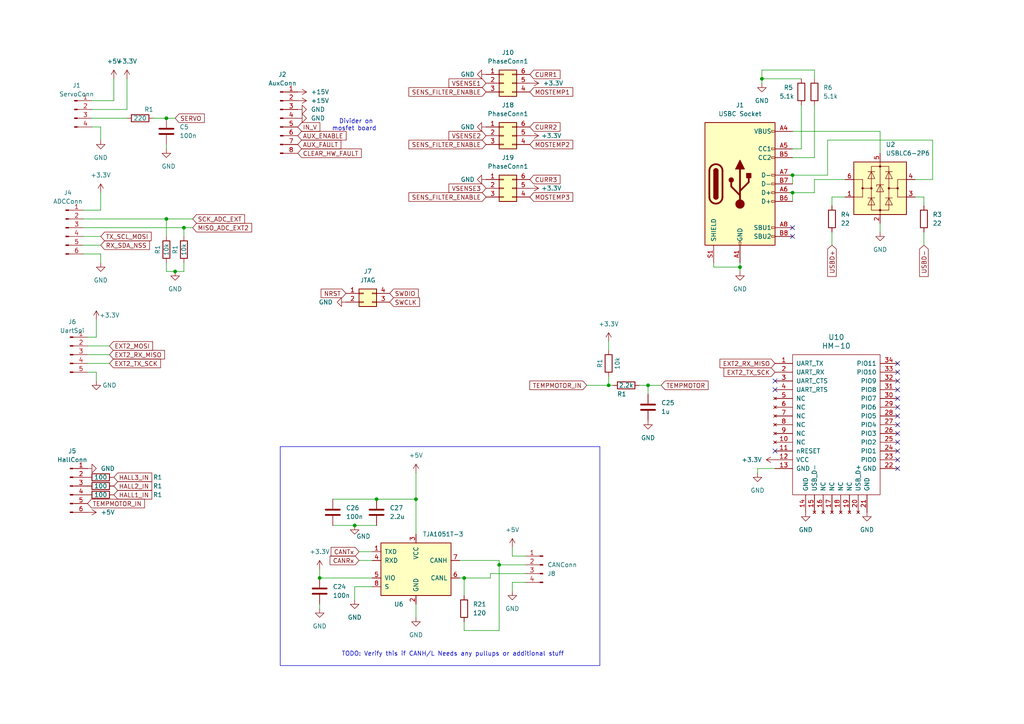
<source format=kicad_sch>
(kicad_sch (version 20230121) (generator eeschema)
  (paper "A4")
  (lib_symbols
    (symbol "Connector:Conn_01x04_Pin" (pin_names (offset 1.016) hide)
      (property "Reference" "J" (at 0 5.08 0))
      (property "Value" "Conn_01x04_Pin" (at 0 -7.62 0))
      (symbol "Conn_01x04_Pin_1_1"
        (polyline (pts (xy 1.27 -5.08) (xy 0.8636 -5.08)) (stroke (width 0.1524)))
        (polyline (pts (xy 1.27 -2.54) (xy 0.8636 -2.54)) (stroke (width 0.1524)))
        (polyline (pts (xy 1.27 0) (xy 0.8636 0)) (stroke (width 0.1524)))
        (polyline (pts (xy 1.27 2.54) (xy 0.8636 2.54)) (stroke (width 0.1524)))
        (rectangle (start 0.8636 -4.953) (end 0 -5.207) (stroke (width 0.1524)) (fill (type outline)))
        (rectangle (start 0.8636 -2.413) (end 0 -2.667) (stroke (width 0.1524)) (fill (type outline)))
        (rectangle (start 0.8636 0.127) (end 0 -0.127) (stroke (width 0.1524)) (fill (type outline)))
        (rectangle (start 0.8636 2.667) (end 0 2.413) (stroke (width 0.1524)) (fill (type outline)))
        (pin passive line (at 5.08 2.54 180) (length 3.81) (name "Pin_1") (number "1"))
        (pin passive line (at 5.08 0 180) (length 3.81) (name "Pin_2") (number "2"))
        (pin passive line (at 5.08 -2.54 180) (length 3.81) (name "Pin_3") (number "3"))
        (pin passive line (at 5.08 -5.08 180) (length 3.81) (name "Pin_4") (number "4"))
      )
    )
    (symbol "Connector:Conn_01x05_Pin" (pin_names (offset 1.016) hide)
      (property "Reference" "J" (at 0 7.62 0))
      (property "Value" "Conn_01x05_Pin" (at 0 -7.62 0))
      (symbol "Conn_01x05_Pin_1_1"
        (polyline (pts (xy 1.27 -5.08) (xy 0.8636 -5.08)) (stroke (width 0.1524)))
        (polyline (pts (xy 1.27 -2.54) (xy 0.8636 -2.54)) (stroke (width 0.1524)))
        (polyline (pts (xy 1.27 0) (xy 0.8636 0)) (stroke (width 0.1524)))
        (polyline (pts (xy 1.27 2.54) (xy 0.8636 2.54)) (stroke (width 0.1524)))
        (polyline (pts (xy 1.27 5.08) (xy 0.8636 5.08)) (stroke (width 0.1524)))
        (rectangle (start 0.8636 -4.953) (end 0 -5.207) (stroke (width 0.1524)) (fill (type outline)))
        (rectangle (start 0.8636 -2.413) (end 0 -2.667) (stroke (width 0.1524)) (fill (type outline)))
        (rectangle (start 0.8636 0.127) (end 0 -0.127) (stroke (width 0.1524)) (fill (type outline)))
        (rectangle (start 0.8636 2.667) (end 0 2.413) (stroke (width 0.1524)) (fill (type outline)))
        (rectangle (start 0.8636 5.207) (end 0 4.953) (stroke (width 0.1524)) (fill (type outline)))
        (pin passive line (at 5.08 5.08 180) (length 3.81) (name "Pin_1") (number "1"))
        (pin passive line (at 5.08 2.54 180) (length 3.81) (name "Pin_2") (number "2"))
        (pin passive line (at 5.08 0 180) (length 3.81) (name "Pin_3") (number "3"))
        (pin passive line (at 5.08 -2.54 180) (length 3.81) (name "Pin_4") (number "4"))
        (pin passive line (at 5.08 -5.08 180) (length 3.81) (name "Pin_5") (number "5"))
      )
    )
    (symbol "Connector:Conn_01x06_Pin" (pin_names (offset 1.016) hide)
      (property "Reference" "J" (at 0 7.62 0))
      (property "Value" "Conn_01x06_Pin" (at 0 -10.16 0))
      (symbol "Conn_01x06_Pin_1_1"
        (polyline (pts (xy 1.27 -7.62) (xy 0.8636 -7.62)) (stroke (width 0.1524)))
        (polyline (pts (xy 1.27 -5.08) (xy 0.8636 -5.08)) (stroke (width 0.1524)))
        (polyline (pts (xy 1.27 -2.54) (xy 0.8636 -2.54)) (stroke (width 0.1524)))
        (polyline (pts (xy 1.27 0) (xy 0.8636 0)) (stroke (width 0.1524)))
        (polyline (pts (xy 1.27 2.54) (xy 0.8636 2.54)) (stroke (width 0.1524)))
        (polyline (pts (xy 1.27 5.08) (xy 0.8636 5.08)) (stroke (width 0.1524)))
        (rectangle (start 0.8636 -7.493) (end 0 -7.747) (stroke (width 0.1524)) (fill (type outline)))
        (rectangle (start 0.8636 -4.953) (end 0 -5.207) (stroke (width 0.1524)) (fill (type outline)))
        (rectangle (start 0.8636 -2.413) (end 0 -2.667) (stroke (width 0.1524)) (fill (type outline)))
        (rectangle (start 0.8636 0.127) (end 0 -0.127) (stroke (width 0.1524)) (fill (type outline)))
        (rectangle (start 0.8636 2.667) (end 0 2.413) (stroke (width 0.1524)) (fill (type outline)))
        (rectangle (start 0.8636 5.207) (end 0 4.953) (stroke (width 0.1524)) (fill (type outline)))
        (pin passive line (at 5.08 5.08 180) (length 3.81) (name "Pin_1") (number "1"))
        (pin passive line (at 5.08 2.54 180) (length 3.81) (name "Pin_2") (number "2"))
        (pin passive line (at 5.08 0 180) (length 3.81) (name "Pin_3") (number "3"))
        (pin passive line (at 5.08 -2.54 180) (length 3.81) (name "Pin_4") (number "4"))
        (pin passive line (at 5.08 -5.08 180) (length 3.81) (name "Pin_5") (number "5"))
        (pin passive line (at 5.08 -7.62 180) (length 3.81) (name "Pin_6") (number "6"))
      )
    )
    (symbol "Connector:Conn_01x08_Pin" (pin_names (offset 1.016) hide)
      (property "Reference" "J" (at 0 10.16 0))
      (property "Value" "Conn_01x08_Pin" (at 0 -12.7 0))
      (symbol "Conn_01x08_Pin_1_1"
        (polyline (pts (xy 1.27 -10.16) (xy 0.8636 -10.16)) (stroke (width 0.1524)))
        (polyline (pts (xy 1.27 -7.62) (xy 0.8636 -7.62)) (stroke (width 0.1524)))
        (polyline (pts (xy 1.27 -5.08) (xy 0.8636 -5.08)) (stroke (width 0.1524)))
        (polyline (pts (xy 1.27 -2.54) (xy 0.8636 -2.54)) (stroke (width 0.1524)))
        (polyline (pts (xy 1.27 0) (xy 0.8636 0)) (stroke (width 0.1524)))
        (polyline (pts (xy 1.27 2.54) (xy 0.8636 2.54)) (stroke (width 0.1524)))
        (polyline (pts (xy 1.27 5.08) (xy 0.8636 5.08)) (stroke (width 0.1524)))
        (polyline (pts (xy 1.27 7.62) (xy 0.8636 7.62)) (stroke (width 0.1524)))
        (rectangle (start 0.8636 -10.033) (end 0 -10.287) (stroke (width 0.1524)) (fill (type outline)))
        (rectangle (start 0.8636 -7.493) (end 0 -7.747) (stroke (width 0.1524)) (fill (type outline)))
        (rectangle (start 0.8636 -4.953) (end 0 -5.207) (stroke (width 0.1524)) (fill (type outline)))
        (rectangle (start 0.8636 -2.413) (end 0 -2.667) (stroke (width 0.1524)) (fill (type outline)))
        (rectangle (start 0.8636 0.127) (end 0 -0.127) (stroke (width 0.1524)) (fill (type outline)))
        (rectangle (start 0.8636 2.667) (end 0 2.413) (stroke (width 0.1524)) (fill (type outline)))
        (rectangle (start 0.8636 5.207) (end 0 4.953) (stroke (width 0.1524)) (fill (type outline)))
        (rectangle (start 0.8636 7.747) (end 0 7.493) (stroke (width 0.1524)) (fill (type outline)))
        (pin passive line (at 5.08 7.62 180) (length 3.81) (name "Pin_1") (number "1"))
        (pin passive line (at 5.08 5.08 180) (length 3.81) (name "Pin_2") (number "2"))
        (pin passive line (at 5.08 2.54 180) (length 3.81) (name "Pin_3") (number "3"))
        (pin passive line (at 5.08 0 180) (length 3.81) (name "Pin_4") (number "4"))
        (pin passive line (at 5.08 -2.54 180) (length 3.81) (name "Pin_5") (number "5"))
        (pin passive line (at 5.08 -5.08 180) (length 3.81) (name "Pin_6") (number "6"))
        (pin passive line (at 5.08 -7.62 180) (length 3.81) (name "Pin_7") (number "7"))
        (pin passive line (at 5.08 -10.16 180) (length 3.81) (name "Pin_8") (number "8"))
      )
    )
    (symbol "Connector:USB_C_Receptacle_USB2.0" (pin_names (offset 1.016))
      (property "Reference" "J" (at -10.16 19.05 0))
      (property "Value" "USB_C_Receptacle_USB2.0" (at 19.05 19.05 0))
      (symbol "USB_C_Receptacle_USB2.0_0_0"
        (rectangle (start -0.254 -17.78) (end 0.254 -16.764))
        (rectangle (start 10.16 -14.986) (end 9.144 -15.494))
        (rectangle (start 10.16 -12.446) (end 9.144 -12.954))
        (rectangle (start 10.16 -4.826) (end 9.144 -5.334))
        (rectangle (start 10.16 -2.286) (end 9.144 -2.794))
        (rectangle (start 10.16 0.254) (end 9.144 -0.254))
        (rectangle (start 10.16 2.794) (end 9.144 2.286))
        (rectangle (start 10.16 7.874) (end 9.144 7.366))
        (rectangle (start 10.16 10.414) (end 9.144 9.906))
        (rectangle (start 10.16 15.494) (end 9.144 14.986))
      )
      (symbol "USB_C_Receptacle_USB2.0_0_1"
        (rectangle (start -10.16 17.78) (end 10.16 -17.78) (stroke (width 0.254)) (fill (type background)))
        (arc (start -8.89 -3.81) (mid -6.985 -5.7067) (end -5.08 -3.81) (stroke (width 0.508)))
        (arc (start -7.62 -3.81) (mid -6.985 -4.4423) (end -6.35 -3.81) (stroke (width 0.254)))
        (arc (start -7.62 -3.81) (mid -6.985 -4.4423) (end -6.35 -3.81) (stroke (width 0.254)) (fill (type outline)))
        (rectangle (start -7.62 -3.81) (end -6.35 3.81) (stroke (width 0.254)) (fill (type outline)))
        (arc (start -6.35 3.81) (mid -6.985 4.4423) (end -7.62 3.81) (stroke (width 0.254)))
        (arc (start -6.35 3.81) (mid -6.985 4.4423) (end -7.62 3.81) (stroke (width 0.254)) (fill (type outline)))
        (arc (start -5.08 3.81) (mid -6.985 5.7067) (end -8.89 3.81) (stroke (width 0.508)))
        (circle (center -2.54 1.143) (radius 0.635) (stroke (width 0.254)) (fill (type outline)))
        (circle (center 0 -5.842) (radius 1.27) (fill (type outline)))
        (polyline (pts (xy -8.89 -3.81) (xy -8.89 3.81)) (stroke (width 0.508)))
        (polyline (pts (xy -5.08 3.81) (xy -5.08 -3.81)) (stroke (width 0.508)))
        (polyline (pts (xy 0 -5.842) (xy 0 4.318)) (stroke (width 0.508)))
        (polyline (pts (xy 0 -3.302) (xy -2.54 -0.762) (xy -2.54 0.508)) (stroke (width 0.508)))
        (polyline (pts (xy 0 -2.032) (xy 2.54 0.508) (xy 2.54 1.778)) (stroke (width 0.508)))
        (polyline (pts (xy -1.27 4.318) (xy 0 6.858) (xy 1.27 4.318) (xy -1.27 4.318)) (stroke (width 0.254)) (fill (type outline)))
        (rectangle (start 1.905 1.778) (end 3.175 3.048) (stroke (width 0.254)) (fill (type outline)))
      )
      (symbol "USB_C_Receptacle_USB2.0_1_1"
        (pin passive line (at 0 -22.86 90) (length 5.08) (name "GND") (number "A1"))
        (pin passive line (at 0 -22.86 90) (length 5.08) hide (name "GND") (number "A12"))
        (pin passive line (at 15.24 15.24 180) (length 5.08) (name "VBUS") (number "A4"))
        (pin bidirectional line (at 15.24 10.16 180) (length 5.08) (name "CC1") (number "A5"))
        (pin bidirectional line (at 15.24 -2.54 180) (length 5.08) (name "D+") (number "A6"))
        (pin bidirectional line (at 15.24 2.54 180) (length 5.08) (name "D-") (number "A7"))
        (pin bidirectional line (at 15.24 -12.7 180) (length 5.08) (name "SBU1") (number "A8"))
        (pin passive line (at 15.24 15.24 180) (length 5.08) hide (name "VBUS") (number "A9"))
        (pin passive line (at 0 -22.86 90) (length 5.08) hide (name "GND") (number "B1"))
        (pin passive line (at 0 -22.86 90) (length 5.08) hide (name "GND") (number "B12"))
        (pin passive line (at 15.24 15.24 180) (length 5.08) hide (name "VBUS") (number "B4"))
        (pin bidirectional line (at 15.24 7.62 180) (length 5.08) (name "CC2") (number "B5"))
        (pin bidirectional line (at 15.24 -5.08 180) (length 5.08) (name "D+") (number "B6"))
        (pin bidirectional line (at 15.24 0 180) (length 5.08) (name "D-") (number "B7"))
        (pin bidirectional line (at 15.24 -15.24 180) (length 5.08) (name "SBU2") (number "B8"))
        (pin passive line (at 15.24 15.24 180) (length 5.08) hide (name "VBUS") (number "B9"))
        (pin passive line (at -7.62 -22.86 90) (length 5.08) (name "SHIELD") (number "S1"))
      )
    )
    (symbol "Connector_Generic:Conn_02x02_Counter_Clockwise" (pin_names (offset 1.016) hide)
      (property "Reference" "J" (at 1.27 2.54 0))
      (property "Value" "Conn_02x02_Counter_Clockwise" (at 1.27 -5.08 0))
      (symbol "Conn_02x02_Counter_Clockwise_1_1"
        (rectangle (start -1.27 -2.413) (end 0 -2.667) (stroke (width 0.1524)))
        (rectangle (start -1.27 0.127) (end 0 -0.127) (stroke (width 0.1524)))
        (rectangle (start -1.27 1.27) (end 3.81 -3.81) (stroke (width 0.254)) (fill (type background)))
        (rectangle (start 3.81 -2.413) (end 2.54 -2.667) (stroke (width 0.1524)))
        (rectangle (start 3.81 0.127) (end 2.54 -0.127) (stroke (width 0.1524)))
        (pin passive line (at -5.08 0 0) (length 3.81) (name "Pin_1") (number "1"))
        (pin passive line (at -5.08 -2.54 0) (length 3.81) (name "Pin_2") (number "2"))
        (pin passive line (at 7.62 -2.54 180) (length 3.81) (name "Pin_3") (number "3"))
        (pin passive line (at 7.62 0 180) (length 3.81) (name "Pin_4") (number "4"))
      )
    )
    (symbol "Connector_Generic:Conn_02x03_Counter_Clockwise" (pin_names (offset 1.016) hide)
      (property "Reference" "J" (at 1.27 5.08 0))
      (property "Value" "Conn_02x03_Counter_Clockwise" (at 1.27 -5.08 0))
      (symbol "Conn_02x03_Counter_Clockwise_1_1"
        (rectangle (start -1.27 -2.413) (end 0 -2.667) (stroke (width 0.1524)))
        (rectangle (start -1.27 0.127) (end 0 -0.127) (stroke (width 0.1524)))
        (rectangle (start -1.27 2.667) (end 0 2.413) (stroke (width 0.1524)))
        (rectangle (start -1.27 3.81) (end 3.81 -3.81) (stroke (width 0.254)) (fill (type background)))
        (rectangle (start 3.81 -2.413) (end 2.54 -2.667) (stroke (width 0.1524)))
        (rectangle (start 3.81 0.127) (end 2.54 -0.127) (stroke (width 0.1524)))
        (rectangle (start 3.81 2.667) (end 2.54 2.413) (stroke (width 0.1524)))
        (pin passive line (at -5.08 2.54 0) (length 3.81) (name "Pin_1") (number "1"))
        (pin passive line (at -5.08 0 0) (length 3.81) (name "Pin_2") (number "2"))
        (pin passive line (at -5.08 -2.54 0) (length 3.81) (name "Pin_3") (number "3"))
        (pin passive line (at 7.62 -2.54 180) (length 3.81) (name "Pin_4") (number "4"))
        (pin passive line (at 7.62 0 180) (length 3.81) (name "Pin_5") (number "5"))
        (pin passive line (at 7.62 2.54 180) (length 3.81) (name "Pin_6") (number "6"))
      )
    )
    (symbol "Device:C" (pin_numbers hide) (pin_names (offset 0.254))
      (property "Reference" "C" (at 0.635 2.54 0))
      (property "Value" "C" (at 0.635 -2.54 0))
      (symbol "C_0_1"
        (polyline (pts (xy -2.032 -0.762) (xy 2.032 -0.762)) (stroke (width 0.508)))
        (polyline (pts (xy -2.032 0.762) (xy 2.032 0.762)) (stroke (width 0.508)))
      )
      (symbol "C_1_1"
        (pin passive line (at 0 3.81 270) (length 2.794) (name "~") (number "1"))
        (pin passive line (at 0 -3.81 90) (length 2.794) (name "~") (number "2"))
      )
    )
    (symbol "Device:R" (pin_numbers hide) (pin_names (offset 0))
      (property "Reference" "R" (at 2.032 0 90))
      (property "Value" "R" (at 0 0 90))
      (symbol "R_0_1"
        (rectangle (start -1.016 -2.54) (end 1.016 2.54) (stroke (width 0.254)))
      )
      (symbol "R_1_1"
        (pin passive line (at 0 3.81 270) (length 1.27) (name "~") (number "1"))
        (pin passive line (at 0 -3.81 90) (length 1.27) (name "~") (number "2"))
      )
    )
    (symbol "GigaVescSymbols:HM-10" (pin_names (offset 1.016))
      (property "Reference" "U" (at -1.27 6.35 0))
      (property "Value" "HM-10" (at -1.27 2.54 0))
      (symbol "HM-10_0_1"
        (rectangle (start -13.97 21.59) (end 11.43 -19.05))
      )
      (symbol "HM-10_1_1"
        (pin output line (at -19.05 19.05 0) (length 5.08) (name "UART_TX") (number "1"))
        (pin no_connect line (at -19.05 -3.81 0) (length 5.08) (name "NC") (number "10"))
        (pin input line (at -19.05 -6.35 0) (length 5.08) (name "nRESET") (number "11"))
        (pin power_in line (at -19.05 -8.89 0) (length 5.08) (name "VCC") (number "12"))
        (pin passive line (at -19.05 -11.43 0) (length 5.08) (name "GND") (number "13"))
        (pin passive line (at -10.16 -24.13 90) (length 5.08) (name "GND") (number "14"))
        (pin no_connect line (at -7.62 -24.13 90) (length 5.08) (name "USB_D-") (number "15"))
        (pin no_connect line (at -5.08 -24.13 90) (length 5.08) (name "NC") (number "16"))
        (pin no_connect line (at -2.54 -24.13 90) (length 5.08) (name "NC") (number "17"))
        (pin no_connect line (at 0 -24.13 90) (length 5.08) (name "NC") (number "18"))
        (pin no_connect line (at 2.54 -24.13 90) (length 5.08) (name "NC") (number "19"))
        (pin input line (at -19.05 16.51 0) (length 5.08) (name "UART_RX") (number "2"))
        (pin no_connect line (at 5.08 -24.13 90) (length 5.08) (name "USB_D+") (number "20"))
        (pin passive line (at 7.62 -24.13 90) (length 5.08) (name "GND") (number "21"))
        (pin passive line (at 16.51 -11.43 180) (length 5.08) (name "GND") (number "22"))
        (pin input line (at 16.51 -8.89 180) (length 5.08) (name "PIO0") (number "23"))
        (pin bidirectional line (at 16.51 -6.35 180) (length 5.08) (name "PIO1") (number "24"))
        (pin bidirectional line (at 16.51 -3.81 180) (length 5.08) (name "PIO2") (number "25"))
        (pin bidirectional line (at 16.51 -1.27 180) (length 5.08) (name "PIO3") (number "26"))
        (pin bidirectional line (at 16.51 1.27 180) (length 5.08) (name "PIO4") (number "27"))
        (pin bidirectional line (at 16.51 3.81 180) (length 5.08) (name "PIO5") (number "28"))
        (pin bidirectional line (at 16.51 6.35 180) (length 5.08) (name "PIO6") (number "29"))
        (pin input line (at -19.05 13.97 0) (length 5.08) (name "UART_CTS") (number "3"))
        (pin bidirectional line (at 16.51 8.89 180) (length 5.08) (name "PIO7") (number "30"))
        (pin bidirectional line (at 16.51 11.43 180) (length 5.08) (name "PIO8") (number "31"))
        (pin bidirectional line (at 16.51 13.97 180) (length 5.08) (name "PIO9") (number "32"))
        (pin bidirectional line (at 16.51 16.51 180) (length 5.08) (name "PIO10") (number "33"))
        (pin bidirectional line (at 16.51 19.05 180) (length 5.08) (name "PIO11") (number "34"))
        (pin input line (at -19.05 11.43 0) (length 5.08) (name "UART_RTS") (number "4"))
        (pin no_connect line (at -19.05 8.89 0) (length 5.08) (name "NC") (number "5"))
        (pin no_connect line (at -19.05 6.35 0) (length 5.08) (name "NC") (number "6"))
        (pin no_connect line (at -19.05 3.81 0) (length 5.08) (name "NC") (number "7"))
        (pin no_connect line (at -19.05 1.27 0) (length 5.08) (name "NC") (number "8"))
        (pin no_connect line (at -19.05 -1.27 0) (length 5.08) (name "NC") (number "9"))
      )
    )
    (symbol "Interface_CAN_LIN:TJA1051T-3" (pin_names (offset 1.016))
      (property "Reference" "U" (at -10.16 8.89 0))
      (property "Value" "TJA1051T-3" (at 1.27 8.89 0))
      (symbol "TJA1051T-3_0_1"
        (rectangle (start -10.16 7.62) (end 10.16 -7.62) (stroke (width 0.254)) (fill (type background)))
      )
      (symbol "TJA1051T-3_1_1"
        (pin input line (at -12.7 5.08 0) (length 2.54) (name "TXD") (number "1"))
        (pin power_in line (at 0 -10.16 90) (length 2.54) (name "GND") (number "2"))
        (pin power_in line (at 0 10.16 270) (length 2.54) (name "VCC") (number "3"))
        (pin output line (at -12.7 2.54 0) (length 2.54) (name "RXD") (number "4"))
        (pin power_in line (at -12.7 -2.54 0) (length 2.54) (name "VIO") (number "5"))
        (pin bidirectional line (at 12.7 -2.54 180) (length 2.54) (name "CANL") (number "6"))
        (pin bidirectional line (at 12.7 2.54 180) (length 2.54) (name "CANH") (number "7"))
        (pin input line (at -12.7 -5.08 0) (length 2.54) (name "S") (number "8"))
      )
    )
    (symbol "Power_Protection:USBLC6-2P6" (pin_names hide)
      (property "Reference" "U" (at 2.54 8.89 0))
      (property "Value" "USBLC6-2P6" (at 2.54 -8.89 0))
      (symbol "USBLC6-2P6_0_1"
        (rectangle (start -7.62 -7.62) (end 7.62 7.62) (stroke (width 0.254)) (fill (type background)))
        (circle (center -5.08 0) (radius 0.254) (fill (type outline)))
        (circle (center -2.54 0) (radius 0.254) (fill (type outline)))
        (rectangle (start -2.54 6.35) (end 2.54 -6.35))
        (circle (center 0 -6.35) (radius 0.254) (fill (type outline)))
        (polyline (pts (xy -5.08 -2.54) (xy -7.62 -2.54)))
        (polyline (pts (xy -5.08 0) (xy -5.08 -2.54)))
        (polyline (pts (xy -5.08 2.54) (xy -7.62 2.54)))
        (polyline (pts (xy -1.524 -2.794) (xy -3.556 -2.794)))
        (polyline (pts (xy -1.524 4.826) (xy -3.556 4.826)))
        (polyline (pts (xy 0 -7.62) (xy 0 -6.35)))
        (polyline (pts (xy 0 -6.35) (xy 0 1.27)))
        (polyline (pts (xy 0 1.27) (xy 0 6.35)))
        (polyline (pts (xy 0 6.35) (xy 0 7.62)))
        (polyline (pts (xy 1.524 -2.794) (xy 3.556 -2.794)))
        (polyline (pts (xy 1.524 4.826) (xy 3.556 4.826)))
        (polyline (pts (xy 5.08 -2.54) (xy 7.62 -2.54)))
        (polyline (pts (xy 5.08 0) (xy 5.08 -2.54)))
        (polyline (pts (xy 5.08 2.54) (xy 7.62 2.54)))
        (polyline (pts (xy -2.54 0) (xy -5.08 0) (xy -5.08 2.54)))
        (polyline (pts (xy 2.54 0) (xy 5.08 0) (xy 5.08 2.54)))
        (polyline (pts (xy -3.556 -4.826) (xy -1.524 -4.826) (xy -2.54 -2.794) (xy -3.556 -4.826)))
        (polyline (pts (xy -3.556 2.794) (xy -1.524 2.794) (xy -2.54 4.826) (xy -3.556 2.794)))
        (polyline (pts (xy -1.016 -1.016) (xy 1.016 -1.016) (xy 0 1.016) (xy -1.016 -1.016)))
        (polyline (pts (xy 1.016 1.016) (xy 0.762 1.016) (xy -1.016 1.016) (xy -1.016 0.508)))
        (polyline (pts (xy 3.556 -4.826) (xy 1.524 -4.826) (xy 2.54 -2.794) (xy 3.556 -4.826)))
        (polyline (pts (xy 3.556 2.794) (xy 1.524 2.794) (xy 2.54 4.826) (xy 3.556 2.794)))
        (circle (center 0 6.35) (radius 0.254) (fill (type outline)))
        (circle (center 2.54 0) (radius 0.254) (fill (type outline)))
        (circle (center 5.08 0) (radius 0.254) (fill (type outline)))
      )
      (symbol "USBLC6-2P6_1_1"
        (pin passive line (at -10.16 -2.54 0) (length 2.54) (name "I/O1") (number "1"))
        (pin passive line (at 0 -10.16 90) (length 2.54) (name "GND") (number "2"))
        (pin passive line (at 10.16 -2.54 180) (length 2.54) (name "I/O2") (number "3"))
        (pin passive line (at 10.16 2.54 180) (length 2.54) (name "I/O2") (number "4"))
        (pin passive line (at 0 10.16 270) (length 2.54) (name "VBUS") (number "5"))
        (pin passive line (at -10.16 2.54 0) (length 2.54) (name "I/O1") (number "6"))
      )
    )
    (symbol "power:+15V" (power) (pin_names (offset 0))
      (property "Value" "+15V" (at 0 3.556 0))
      (symbol "+15V_0_1"
        (polyline (pts (xy -0.762 1.27) (xy 0 2.54)))
        (polyline (pts (xy 0 0) (xy 0 2.54)))
        (polyline (pts (xy 0 2.54) (xy 0.762 1.27)))
      )
      (symbol "+15V_1_1"
        (pin power_in line (at 0 0 90) (length 0) hide (name "+15V") (number "1"))
      )
    )
    (symbol "power:+3.3V" (power) (pin_names (offset 0))
      (property "Value" "+3.3V" (at 0 3.556 0))
      (symbol "+3.3V_0_1"
        (polyline (pts (xy -0.762 1.27) (xy 0 2.54)))
        (polyline (pts (xy 0 0) (xy 0 2.54)))
        (polyline (pts (xy 0 2.54) (xy 0.762 1.27)))
      )
      (symbol "+3.3V_1_1"
        (pin power_in line (at 0 0 90) (length 0) hide (name "+3.3V") (number "1"))
      )
    )
    (symbol "power:+5V" (power) (pin_names (offset 0))
      (property "Value" "+5V" (at 0 3.556 0))
      (symbol "+5V_0_1"
        (polyline (pts (xy -0.762 1.27) (xy 0 2.54)))
        (polyline (pts (xy 0 0) (xy 0 2.54)))
        (polyline (pts (xy 0 2.54) (xy 0.762 1.27)))
      )
      (symbol "+5V_1_1"
        (pin power_in line (at 0 0 90) (length 0) hide (name "+5V") (number "1"))
      )
    )
    (symbol "power:GND" (power) (pin_names (offset 0))
      (property "Value" "GND" (at 0 -3.81 0))
      (symbol "GND_0_1"
        (polyline (pts (xy 0 0) (xy 0 -1.27) (xy 1.27 -1.27) (xy 0 -2.54) (xy -1.27 -1.27) (xy 0 -1.27)))
      )
      (symbol "GND_1_1"
        (pin power_in line (at 0 0 270) (length 0) hide (name "GND") (number "1"))
      )
    )
  )
  (junction (at 92.71 167.64))
  (junction (at 102.87 152.4))
  (junction (at 48.26 63.5))
  (junction (at 229.87 50.8))
  (junction (at 176.53 111.76))
  (junction (at 187.96 111.76))
  (junction (at 120.65 144.78))
  (junction (at 134.62 167.64))
  (junction (at 50.8 78.74))
  (junction (at 214.63 77.47))
  (junction (at 220.98 22.86))
  (junction (at 48.26 34.29))
  (junction (at 53.34 66.04))
  (junction (at 109.22 144.78))
  (junction (at 144.78 163.83))
  (junction (at 229.87 55.88))
  (no_connect (at 260.35 133.35))
  (no_connect (at 260.35 118.11))
  (no_connect (at 260.35 128.27))
  (no_connect (at 260.35 130.81))
  (no_connect (at 224.79 110.49))
  (no_connect (at 260.35 125.73))
  (no_connect (at 260.35 110.49))
  (no_connect (at 260.35 120.65))
  (no_connect (at 224.79 130.81))
  (no_connect (at 260.35 107.95))
  (no_connect (at 260.35 105.41))
  (no_connect (at 260.35 115.57))
  (no_connect (at 229.87 68.58))
  (no_connect (at 260.35 113.03))
  (no_connect (at 260.35 135.89))
  (no_connect (at 229.87 66.04))
  (no_connect (at 224.79 113.03))
  (no_connect (at 260.35 123.19))
  (wire (pts (xy 48.26 34.29) (xy 50.8 34.29)))
  (wire (pts (xy 120.65 137.16) (xy 120.65 144.78)))
  (wire (pts (xy 214.63 77.47) (xy 214.63 78.74)))
  (wire (pts (xy 236.22 52.07) (xy 236.22 55.88)))
  (wire (pts (xy 176.53 111.76) (xy 177.8 111.76)))
  (wire (pts (xy 92.71 165.1) (xy 92.71 167.64)))
  (wire (pts (xy 27.94 97.79) (xy 27.94 92.71)))
  (wire (pts (xy 134.62 167.64) (xy 142.24 167.64)))
  (wire (pts (xy 48.26 78.74) (xy 50.8 78.74)))
  (wire (pts (xy 25.4 105.41) (xy 31.75 105.41)))
  (wire (pts (xy 270.51 52.07) (xy 270.51 40.64)))
  (wire (pts (xy 240.03 40.64) (xy 240.03 50.8)))
  (wire (pts (xy 170.18 111.76) (xy 176.53 111.76)))
  (wire (pts (xy 134.62 182.88) (xy 144.78 182.88)))
  (wire (pts (xy 236.22 20.32) (xy 220.98 20.32)))
  (wire (pts (xy 120.65 175.26) (xy 120.65 179.07)))
  (wire (pts (xy 25.4 100.33) (xy 31.75 100.33)))
  (wire (pts (xy 255.27 38.1) (xy 229.87 38.1)))
  (wire (pts (xy 53.34 66.04) (xy 53.34 68.58)))
  (wire (pts (xy 29.21 73.66) (xy 29.21 76.2)))
  (wire (pts (xy 120.65 144.78) (xy 120.65 154.94)))
  (wire (pts (xy 241.3 57.15) (xy 241.3 59.69)))
  (wire (pts (xy 236.22 22.86) (xy 236.22 20.32)))
  (wire (pts (xy 229.87 45.72) (xy 236.22 45.72)))
  (wire (pts (xy 133.35 167.64) (xy 134.62 167.64)))
  (wire (pts (xy 24.13 73.66) (xy 29.21 73.66)))
  (wire (pts (xy 176.53 109.22) (xy 176.53 111.76)))
  (wire (pts (xy 265.43 52.07) (xy 270.51 52.07)))
  (wire (pts (xy 29.21 36.83) (xy 29.21 40.64)))
  (wire (pts (xy 229.87 43.18) (xy 232.41 43.18)))
  (wire (pts (xy 24.13 68.58) (xy 29.21 68.58)))
  (wire (pts (xy 48.26 63.5) (xy 48.26 68.58)))
  (wire (pts (xy 26.67 31.75) (xy 36.83 31.75)))
  (wire (pts (xy 134.62 167.64) (xy 134.62 172.72)))
  (wire (pts (xy 24.13 66.04) (xy 53.34 66.04)))
  (wire (pts (xy 48.26 63.5) (xy 55.88 63.5)))
  (wire (pts (xy 142.24 166.37) (xy 142.24 167.64)))
  (wire (pts (xy 220.98 20.32) (xy 220.98 22.86)))
  (wire (pts (xy 24.13 71.12) (xy 29.21 71.12)))
  (wire (pts (xy 267.97 67.31) (xy 267.97 71.12)))
  (wire (pts (xy 33.02 29.21) (xy 33.02 22.86)))
  (wire (pts (xy 241.3 67.31) (xy 241.3 71.12)))
  (wire (pts (xy 27.94 107.95) (xy 25.4 107.95)))
  (wire (pts (xy 176.53 99.06) (xy 176.53 101.6)))
  (wire (pts (xy 229.87 55.88) (xy 229.87 58.42)))
  (wire (pts (xy 236.22 45.72) (xy 236.22 30.48)))
  (wire (pts (xy 25.4 102.87) (xy 31.75 102.87)))
  (wire (pts (xy 152.4 166.37) (xy 142.24 166.37)))
  (wire (pts (xy 185.42 111.76) (xy 187.96 111.76)))
  (wire (pts (xy 152.4 161.29) (xy 148.59 161.29)))
  (wire (pts (xy 255.27 44.45) (xy 255.27 38.1)))
  (wire (pts (xy 144.78 162.56) (xy 144.78 163.83)))
  (wire (pts (xy 104.14 162.56) (xy 107.95 162.56)))
  (wire (pts (xy 152.4 168.91) (xy 148.59 168.91)))
  (wire (pts (xy 267.97 57.15) (xy 267.97 59.69)))
  (wire (pts (xy 229.87 50.8) (xy 229.87 53.34)))
  (wire (pts (xy 109.22 144.78) (xy 120.65 144.78)))
  (wire (pts (xy 26.67 29.21) (xy 33.02 29.21)))
  (wire (pts (xy 187.96 111.76) (xy 191.77 111.76)))
  (wire (pts (xy 133.35 162.56) (xy 144.78 162.56)))
  (wire (pts (xy 36.83 31.75) (xy 36.83 22.86)))
  (wire (pts (xy 92.71 175.26) (xy 92.71 176.53)))
  (wire (pts (xy 207.01 77.47) (xy 214.63 77.47)))
  (wire (pts (xy 96.52 144.78) (xy 109.22 144.78)))
  (wire (pts (xy 26.67 36.83) (xy 29.21 36.83)))
  (wire (pts (xy 240.03 50.8) (xy 229.87 50.8)))
  (wire (pts (xy 270.51 40.64) (xy 240.03 40.64)))
  (wire (pts (xy 104.14 160.02) (xy 107.95 160.02)))
  (wire (pts (xy 107.95 170.18) (xy 102.87 170.18)))
  (wire (pts (xy 144.78 163.83) (xy 152.4 163.83)))
  (wire (pts (xy 53.34 76.2) (xy 53.34 78.74)))
  (wire (pts (xy 48.26 41.91) (xy 48.26 43.18)))
  (wire (pts (xy 148.59 161.29) (xy 148.59 158.75)))
  (wire (pts (xy 267.97 57.15) (xy 265.43 57.15)))
  (wire (pts (xy 26.67 34.29) (xy 36.83 34.29)))
  (wire (pts (xy 134.62 180.34) (xy 134.62 182.88)))
  (wire (pts (xy 29.21 60.96) (xy 29.21 55.88)))
  (wire (pts (xy 232.41 22.86) (xy 220.98 22.86)))
  (wire (pts (xy 245.11 52.07) (xy 236.22 52.07)))
  (wire (pts (xy 24.13 60.96) (xy 29.21 60.96)))
  (wire (pts (xy 96.52 152.4) (xy 102.87 152.4)))
  (wire (pts (xy 48.26 76.2) (xy 48.26 78.74)))
  (wire (pts (xy 232.41 43.18) (xy 232.41 30.48)))
  (wire (pts (xy 224.79 135.89) (xy 219.71 135.89)))
  (wire (pts (xy 25.4 97.79) (xy 27.94 97.79)))
  (wire (pts (xy 207.01 76.2) (xy 207.01 77.47)))
  (wire (pts (xy 245.11 57.15) (xy 241.3 57.15)))
  (wire (pts (xy 144.78 163.83) (xy 144.78 182.88)))
  (wire (pts (xy 53.34 78.74) (xy 50.8 78.74)))
  (wire (pts (xy 24.13 63.5) (xy 48.26 63.5)))
  (wire (pts (xy 187.96 111.76) (xy 187.96 114.3)))
  (wire (pts (xy 236.22 55.88) (xy 229.87 55.88)))
  (wire (pts (xy 255.27 64.77) (xy 255.27 67.31)))
  (wire (pts (xy 102.87 152.4) (xy 109.22 152.4)))
  (wire (pts (xy 219.71 135.89) (xy 219.71 137.16)))
  (wire (pts (xy 220.98 22.86) (xy 220.98 24.13)))
  (wire (pts (xy 44.45 34.29) (xy 48.26 34.29)))
  (wire (pts (xy 102.87 170.18) (xy 102.87 173.99)))
  (wire (pts (xy 148.59 168.91) (xy 148.59 171.45)))
  (wire (pts (xy 27.94 110.49) (xy 27.94 107.95)))
  (wire (pts (xy 92.71 167.64) (xy 107.95 167.64)))
  (wire (pts (xy 214.63 76.2) (xy 214.63 77.47)))
  (wire (pts (xy 53.34 66.04) (xy 55.88 66.04)))
  (rectangle (start 81.28 129.54) (end 173.99 193.04))
  (text "TODO: Verify this if CANH/L Needs any pullups or additional stuff" (at 99.06 190.5 0) (effects (font (size 1.27 1.27)) (justify left bottom)))
  (text "Divider on \nmosfet board" (at 109.22 38.1 0) (effects (font (size 1.27 1.27)) (justify right bottom)))
  (global_label "EXT2_RX_MISO" (shape input) (at 224.79 105.41 180) (property "Intersheetrefs" "${INTERSHEET_REFS}" (effects hide)))
  (global_label "TEMPMOTOR_IN" (shape input) (at 25.4 146.05 0) (property "Intersheetrefs" "${INTERSHEET_REFS}" (effects hide)))
  (global_label "MISO_ADC_EXT2" (shape input) (at 55.88 66.04 0) (property "Intersheetrefs" "${INTERSHEET_REFS}" (effects hide)))
  (global_label "EXT2_MOSI" (shape input) (at 31.75 100.33 0) (property "Intersheetrefs" "${INTERSHEET_REFS}" (effects hide)))
  (global_label "MOSTEMP2" (shape input) (at 153.67 41.91 0) (property "Intersheetrefs" "${INTERSHEET_REFS}" (effects hide)))
  (global_label "SENS_FILTER_ENABLE" (shape input) (at 140.97 26.67 180) (property "Intersheetrefs" "${INTERSHEET_REFS}" (effects hide)))
  (global_label "TX_SCL_MOSI" (shape input) (at 29.21 68.58 0) (property "Intersheetrefs" "${INTERSHEET_REFS}" (effects hide)))
  (global_label "CURR2" (shape input) (at 153.67 36.83 0) (property "Intersheetrefs" "${INTERSHEET_REFS}" (effects hide)))
  (global_label "NRST" (shape input) (at 100.33 85.09 180) (property "Intersheetrefs" "${INTERSHEET_REFS}" (effects hide)))
  (global_label "AUX_FAULT" (shape input) (at 86.36 41.91 0) (property "Intersheetrefs" "${INTERSHEET_REFS}" (effects hide)))
  (global_label "CURR3" (shape input) (at 153.67 52.07 0) (property "Intersheetrefs" "${INTERSHEET_REFS}" (effects hide)))
  (global_label "CURR1" (shape input) (at 153.67 21.59 0) (property "Intersheetrefs" "${INTERSHEET_REFS}" (effects hide)))
  (global_label "MOSTEMP1" (shape input) (at 153.67 26.67 0) (property "Intersheetrefs" "${INTERSHEET_REFS}" (effects hide)))
  (global_label "EXT2_TX_SCK" (shape input) (at 31.75 105.41 0) (property "Intersheetrefs" "${INTERSHEET_REFS}" (effects hide)))
  (global_label "USBD-" (shape input) (at 267.97 71.12 270) (property "Intersheetrefs" "${INTERSHEET_REFS}" (effects hide)))
  (global_label "SWCLK" (shape input) (at 113.03 87.63 0) (property "Intersheetrefs" "${INTERSHEET_REFS}" (effects hide)))
  (global_label "HALL3_IN" (shape input) (at 33.02 138.43 0) (property "Intersheetrefs" "${INTERSHEET_REFS}" (effects hide)))
  (global_label "RX_SDA_NSS" (shape input) (at 29.21 71.12 0) (property "Intersheetrefs" "${INTERSHEET_REFS}" (effects hide)))
  (global_label "CANTx" (shape input) (at 104.14 160.02 180) (property "Intersheetrefs" "${INTERSHEET_REFS}" (effects hide)))
  (global_label "CANRx" (shape input) (at 104.14 162.56 180) (property "Intersheetrefs" "${INTERSHEET_REFS}" (effects hide)))
  (global_label "CLEAR_HW_FAULT" (shape input) (at 86.36 44.45 0) (property "Intersheetrefs" "${INTERSHEET_REFS}" (effects hide)))
  (global_label "SCK_ADC_EXT" (shape input) (at 55.88 63.5 0) (property "Intersheetrefs" "${INTERSHEET_REFS}" (effects hide)))
  (global_label "SENS_FILTER_ENABLE" (shape input) (at 140.97 41.91 180) (property "Intersheetrefs" "${INTERSHEET_REFS}" (effects hide)))
  (global_label "IN_V" (shape input) (at 86.36 36.83 0) (property "Intersheetrefs" "${INTERSHEET_REFS}" (effects hide)))
  (global_label "MOSTEMP3" (shape input) (at 153.67 57.15 0) (property "Intersheetrefs" "${INTERSHEET_REFS}" (effects hide)))
  (global_label "HALL2_IN" (shape input) (at 33.02 140.97 0) (property "Intersheetrefs" "${INTERSHEET_REFS}" (effects hide)))
  (global_label "VSENSE1" (shape input) (at 140.97 24.13 180) (property "Intersheetrefs" "${INTERSHEET_REFS}" (effects hide)))
  (global_label "VSENSE2" (shape input) (at 140.97 39.37 180) (property "Intersheetrefs" "${INTERSHEET_REFS}" (effects hide)))
  (global_label "HALL1_IN" (shape input) (at 33.02 143.51 0) (property "Intersheetrefs" "${INTERSHEET_REFS}" (effects hide)))
  (global_label "EXT2_TX_SCK" (shape input) (at 224.79 107.95 180) (property "Intersheetrefs" "${INTERSHEET_REFS}" (effects hide)))
  (global_label "SWDIO" (shape input) (at 113.03 85.09 0) (property "Intersheetrefs" "${INTERSHEET_REFS}" (effects hide)))
  (global_label "USBD+" (shape input) (at 241.3 71.12 270) (property "Intersheetrefs" "${INTERSHEET_REFS}" (effects hide)))
  (global_label "SERVO" (shape input) (at 50.8 34.29 0) (property "Intersheetrefs" "${INTERSHEET_REFS}" (effects hide)))
  (global_label "TEMPMOTOR_IN" (shape input) (at 170.18 111.76 180) (property "Intersheetrefs" "${INTERSHEET_REFS}" (effects hide)))
  (global_label "EXT2_RX_MISO" (shape input) (at 31.75 102.87 0) (property "Intersheetrefs" "${INTERSHEET_REFS}" (effects hide)))
  (global_label "VSENSE3" (shape input) (at 140.97 54.61 180) (property "Intersheetrefs" "${INTERSHEET_REFS}" (effects hide)))
  (global_label "TEMPMOTOR" (shape input) (at 191.77 111.76 0) (property "Intersheetrefs" "${INTERSHEET_REFS}" (effects hide)))
  (global_label "SENS_FILTER_ENABLE" (shape input) (at 140.97 57.15 180) (property "Intersheetrefs" "${INTERSHEET_REFS}" (effects hide)))
  (global_label "AUX_ENABLE" (shape input) (at 86.36 39.37 0) (property "Intersheetrefs" "${INTERSHEET_REFS}" (effects hide)))
  (symbol (lib_id "power:+5V") (at 120.65 137.16 0) (unit 1)
    (property "Reference" "#PWR053" (effects hide))
    (property "Value" "+5V" (at 120.65 132.08 0))
  )
  (symbol (lib_id "power:GND") (at 102.87 173.99 0) (unit 1)
    (property "Reference" "#PWR010" (effects hide))
    (property "Value" "GND" (at 102.87 179.07 0))
    (instances (project "Barebone" (path "" (reference "#PWR010") (unit 1)) (path "" (reference "#PWR052") (unit 1))))
  )
  (symbol (lib_id "power:+3.3V") (at 92.71 165.1 0) (unit 1)
    (property "Reference" "#PWR06" (effects hide))
    (property "Value" "+3.3V" (at 92.71 160.02 0))
    (instances (project "Barebone" (path "" (reference "#PWR06") (unit 1)) (path "" (reference "#PWR047") (unit 1))))
  )
  (symbol (lib_id "Device:R") (at 53.34 72.39 180) (unit 1)
    (property "Reference" "R1" (at 50.8 72.39 90))
    (property "Value" "10k" (at 53.34 72.39 90))
    (property "Footprint" "Resistor_SMD:R_0805_2012Metric" (effects hide))
    (instances (project "Barebone" (path "" (reference "R1") (unit 1)) (path "" (reference "R15") (unit 1))))
  )
  (symbol (lib_id "power:GND") (at 48.26 43.18 0) (unit 1)
    (property "Reference" "#PWR08" (effects hide))
    (property "Value" "GND" (at 48.895 48.26 0))
    (instances (project "Barebone" (path "" (reference "#PWR08") (unit 1)) (path "" (reference "#PWR045") (unit 1))))
  )
  (symbol (lib_id "Device:C") (at 48.26 38.1 0) (unit 1)
    (property "Reference" "C5" (at 52.07 36.83 0) (effects (justify left)))
    (property "Value" "100n" (at 52.07 39.37 0) (effects (justify left)))
    (property "Footprint" "Capacitor_SMD:C_0805_2012Metric" (effects hide))
    (instances (project "Barebone" (path "" (reference "C5") (unit 1)) (path "" (reference "C23") (unit 1))))
  )
  (symbol (lib_id "power:+5V") (at 33.02 22.86 0) (unit 1)
    (property "Reference" "#PWR036" (effects hide))
    (property "Value" "+5V" (at 33.02 17.78 0))
  )
  (symbol (lib_id "Connector:USB_C_Receptacle_USB2.0") (at 214.63 53.34 0) (unit 1)
    (property "Reference" "J1" (at 214.63 30.48 0))
    (property "Value" "USBC Socket" (at 214.63 33.02 0))
    (property "Footprint" "Connector_USB:USB_C_Receptacle_GCT_USB4105-xx-A_16P_TopMnt_Horizontal" (effects hide))
    (property "Datasheet" "https://www.usb.org/sites/default/files/documents/usb_type-c.zip" (effects hide))
    (property "MPN" "C2765186" (effects hide))
    (property "JLCPosOffset" "0,1.27" (effects hide))
    (instances (project "Barebone" (path "" (reference "J1") (unit 1)) (path "" (reference "J9") (unit 1))))
  )
  (symbol (lib_id "Device:R") (at 40.64 34.29 90) (unit 1)
    (property "Reference" "R1" (at 43.18 31.75 90))
    (property "Value" "220" (at 40.64 34.29 90))
    (property "Footprint" "Resistor_SMD:R_0805_2012Metric" (effects hide))
    (property "MPN" "C17557" (effects hide))
    (instances (project "Barebone" (path "" (reference "R1") (unit 1)) (path "" (reference "R13") (unit 1))))
  )
  (symbol (lib_id "power:GND") (at 251.46 148.59 0) (unit 1)
    (property "Reference" "#PWR08" (effects hide))
    (property "Value" "GND" (at 251.46 153.67 0))
    (instances (project "Barebone" (path "" (reference "#PWR08") (unit 1)) (path "" (reference "#PWR0101") (unit 1))))
  )
  (symbol (lib_id "power:GND") (at 120.65 179.07 0) (unit 1)
    (property "Reference" "#PWR010" (effects hide))
    (property "Value" "GND" (at 120.65 184.15 0))
    (instances (project "Barebone" (path "" (reference "#PWR010") (unit 1)) (path "" (reference "#PWR054") (unit 1))))
  )
  (symbol (lib_id "Device:R") (at 236.22 26.67 0) (unit 1)
    (property "Reference" "R6" (at 238.76 25.4 0) (effects (justify left)))
    (property "Value" "5.1k" (at 238.76 27.94 0) (effects (justify left)))
    (property "Footprint" "Resistor_SMD:R_0805_2012Metric" (effects hide))
    (instances (project "Barebone" (path "" (reference "R6") (unit 1)) (path "" (reference "R23") (unit 1))))
  )
  (symbol (lib_id "power:GND") (at 92.71 176.53 0) (unit 1)
    (property "Reference" "#PWR010" (effects hide))
    (property "Value" "GND" (at 92.71 181.61 0))
    (instances (project "Barebone" (path "" (reference "#PWR010") (unit 1)) (path "" (reference "#PWR048") (unit 1))))
  )
  (symbol (lib_id "power:+3.3V") (at 224.79 133.35 90) (unit 1)
    (property "Reference" "#PWR03" (effects hide))
    (property "Value" "+3.3V" (at 220.98 133.35 90) (effects (justify left)))
    (instances (project "Barebone" (path "" (reference "#PWR03") (unit 1)) (path "" (reference "#PWR096") (unit 1))))
  )
  (symbol (lib_id "power:GND") (at 86.36 31.75 90) (unit 1)
    (property "Reference" "#PWR011" (effects hide))
    (property "Value" "GND" (at 90.17 31.75 90) (effects (justify right)))
    (instances (project "Barebone" (path "" (reference "#PWR011") (unit 1)) (path "" (reference "#PWR062") (unit 1))))
  )
  (symbol (lib_id "power:+5V") (at 25.4 148.59 270) (unit 1)
    (property "Reference" "#PWR050" (effects hide))
    (property "Value" "+5V" (at 29.21 148.59 90) (effects (justify left)))
  )
  (symbol (lib_id "power:GND") (at 214.63 78.74 0) (unit 1)
    (property "Reference" "#PWR010" (effects hide))
    (property "Value" "GND" (at 214.63 83.82 0))
    (instances (project "Barebone" (path "" (reference "#PWR010") (unit 1)) (path "" (reference "#PWR063") (unit 1))))
  )
  (symbol (lib_id "Device:C") (at 96.52 148.59 0) (unit 1)
    (property "Reference" "C26" (at 100.33 147.32 0) (effects (justify left)))
    (property "Value" "100n" (at 100.33 149.86 0) (effects (justify left)))
    (property "Footprint" "Capacitor_SMD:C_0805_2012Metric" (effects hide))
  )
  (symbol (lib_id "Device:R") (at 48.26 72.39 180) (unit 1)
    (property "Reference" "R1" (at 45.72 72.39 90))
    (property "Value" "10k" (at 48.26 72.39 90))
    (property "Footprint" "Resistor_SMD:R_0805_2012Metric" (effects hide))
    (instances (project "Barebone" (path "" (reference "R1") (unit 1)) (path "" (reference "R14") (unit 1))))
  )
  (symbol (lib_id "Connector:Conn_01x05_Pin") (at 20.32 102.87 0) (unit 1)
    (property "Reference" "J6" (at 20.955 93.345 0))
    (property "Value" "UartSpi" (at 20.955 95.885 0))
    (property "Footprint" "Connector_JST:JST_XH_S5B-XH-A_1x05_P2.50mm_Horizontal" (effects hide))
    (property "MPN" "C263757" (effects hide))
    (property "JLCPosOffset" "5,0" (effects hide))
  )
  (symbol (lib_id "power:+15V") (at 86.36 29.21 270) (mirror x) (unit 1)
    (property "Reference" "#PWR056" (effects hide))
    (property "Value" "+15V" (at 90.17 29.21 90) (effects (justify left)))
  )
  (symbol (lib_id "power:GND") (at 140.97 36.83 270) (unit 1)
    (property "Reference" "#PWR056" (effects hide))
    (property "Value" "GND" (at 135.636 36.83 90))
    (instances (project "GigaVescDrivers" (path "" (reference "#PWR056") (unit 1))) (project "Barebone" (path "" (reference "#PWR0118") (unit 1))))
  )
  (symbol (lib_id "Device:C") (at 92.71 171.45 0) (unit 1)
    (property "Reference" "C24" (at 96.52 170.18 0) (effects (justify left)))
    (property "Value" "100n" (at 96.52 172.72 0) (effects (justify left)))
    (property "Footprint" "Capacitor_SMD:C_0805_2012Metric" (effects hide))
  )
  (symbol (lib_id "Device:R") (at 267.97 63.5 0) (unit 1)
    (property "Reference" "R3" (at 270.51 62.23 0) (effects (justify left)))
    (property "Value" "22" (at 270.51 64.77 0) (effects (justify left)))
    (property "Footprint" "Resistor_SMD:R_0805_2012Metric" (effects hide))
    (instances (project "Barebone" (path "" (reference "R3") (unit 1)) (path "" (reference "R25") (unit 1))))
  )
  (symbol (lib_id "Power_Protection:USBLC6-2P6") (at 255.27 54.61 0) (unit 1)
    (property "Reference" "U2" (at 256.9211 41.91 0) (effects (justify left)))
    (property "Value" "USBLC6-2P6" (at 256.9211 44.45 0) (effects (justify left)))
    (property "Footprint" "Package_TO_SOT_SMD:SOT-666" (effects hide))
    (property "Datasheet" "https://www.st.com/resource/en/datasheet/usblc6-2.pdf" (effects hide))
    (property "MPN" "C2827693" (effects hide))
    (property "JLCRotOffset" "-90" (effects hide))
    (instances (project "Barebone" (path "" (reference "U2") (unit 1)) (path "" (reference "U7") (unit 1))))
  )
  (symbol (lib_id "power:GND") (at 29.21 40.64 0) (unit 1)
    (property "Reference" "#PWR08" (effects hide))
    (property "Value" "GND" (at 29.21 45.72 0))
    (instances (project "Barebone" (path "" (reference "#PWR08") (unit 1)) (path "" (reference "#PWR035") (unit 1))))
  )
  (symbol (lib_id "power:GND") (at 219.71 137.16 0) (unit 1)
    (property "Reference" "#PWR08" (effects hide))
    (property "Value" "GND" (at 219.71 142.24 0))
    (instances (project "Barebone" (path "" (reference "#PWR08") (unit 1)) (path "" (reference "#PWR081") (unit 1))))
  )
  (symbol (lib_id "power:GND") (at 100.33 87.63 270) (unit 1)
    (property "Reference" "#PWR07" (effects hide))
    (property "Value" "GND" (at 96.52 87.63 90) (effects (justify right)))
    (instances (project "Barebone" (path "" (reference "#PWR07") (unit 1)) (path "" (reference "#PWR042") (unit 1))))
  )
  (symbol (lib_id "Connector_Generic:Conn_02x02_Counter_Clockwise") (at 105.41 85.09 0) (unit 1)
    (property "Reference" "J7" (at 106.68 78.74 0))
    (property "Value" "JTAG" (at 106.68 81.28 0))
    (property "Footprint" "Connector_PinHeader_2.54mm:PinHeader_2x02_P2.54mm_Vertical_SMD" (effects hide))
    (property "MPN" "C919361" (effects hide))
    (property "JLCRotOffset" "-90" (effects hide))
  )
  (symbol (lib_id "power:GND") (at 27.94 110.49 0) (unit 1)
    (property "Reference" "#PWR08" (effects hide))
    (property "Value" "GND" (at 31.75 111.76 0))
    (instances (project "Barebone" (path "" (reference "#PWR08") (unit 1)) (path "" (reference "#PWR040") (unit 1))))
  )
  (symbol (lib_id "Device:R") (at 181.61 111.76 90) (unit 1)
    (property "Reference" "R1" (at 180.34 114.3 90))
    (property "Value" "2.2k" (at 181.61 111.76 90))
    (property "Footprint" "Resistor_SMD:R_0805_2012Metric" (effects hide))
    (instances (project "Barebone" (path "" (reference "R1") (unit 1)) (path "" (reference "R17") (unit 1))))
  )
  (symbol (lib_id "power:+3.3V") (at 176.53 99.06 0) (unit 1)
    (property "Reference" "#PWR03" (effects hide))
    (property "Value" "+3.3V" (at 176.53 93.98 0))
    (instances (project "Barebone" (path "" (reference "#PWR03") (unit 1)) (path "" (reference "#PWR046") (unit 1))))
  )
  (symbol (lib_id "power:+3.3V") (at 153.67 24.13 270) (unit 1)
    (property "Reference" "#PWR054" (effects hide))
    (property "Value" "+3.3V" (at 157.48 24.13 90) (effects (justify left)))
    (instances (project "GigaVescDrivers" (path "" (reference "#PWR054") (unit 1))) (project "Barebone" (path "" (reference "#PWR0115") (unit 1))))
  )
  (symbol (lib_id "Interface_CAN_LIN:TJA1051T-3") (at 120.65 165.1 0) (unit 1)
    (property "Reference" "U6" (at 114.3 175.26 0) (effects (justify left)))
    (property "Value" "TJA1051T-3" (at 122.6059 154.94 0) (effects (justify left)))
    (property "Footprint" "Package_SO:SOP-8_3.9x4.9mm_P1.27mm" (effects hide))
    (property "Datasheet" "http://www.nxp.com/documents/data_sheet/TJA1051.pdf" (effects hide))
    (property "MPN" "C5342108" (effects hide))
    (property "JLCRotOffset" "-90" (effects hide))
  )
  (symbol (lib_id "power:+3.3V") (at 27.94 92.71 0) (unit 1)
    (property "Reference" "#PWR03" (effects hide))
    (property "Value" "+3.3V" (at 31.75 91.44 0))
    (instances (project "Barebone" (path "" (reference "#PWR03") (unit 1)) (path "" (reference "#PWR039") (unit 1))))
  )
  (symbol (lib_id "power:GND") (at 102.87 152.4 0) (unit 1)
    (property "Reference" "#PWR010" (effects hide))
    (property "Value" "GND" (at 105.41 155.575 0))
    (instances (project "Barebone" (path "" (reference "#PWR010") (unit 1)) (path "" (reference "#PWR037") (unit 1))))
  )
  (symbol (lib_id "power:+15V") (at 86.36 26.67 270) (mirror x) (unit 1)
    (property "Reference" "#PWR083" (effects hide))
    (property "Value" "+15V" (at 90.17 26.67 90) (effects (justify left)))
  )
  (symbol (lib_id "power:GND") (at 255.27 67.31 0) (unit 1)
    (property "Reference" "#PWR09" (effects hide))
    (property "Value" "GND" (at 255.27 72.39 0))
    (instances (project "Barebone" (path "" (reference "#PWR09") (unit 1)) (path "" (reference "#PWR065") (unit 1))))
  )
  (symbol (lib_id "power:GND") (at 140.97 21.59 270) (unit 1)
    (property "Reference" "#PWR065" (effects hide))
    (property "Value" "GND" (at 135.636 21.59 90))
    (instances (project "GigaVescDrivers" (path "" (reference "#PWR065") (unit 1))) (project "Barebone" (path "" (reference "#PWR0116") (unit 1))))
  )
  (symbol (lib_id "Connector:Conn_01x08_Pin") (at 81.28 34.29 0) (unit 1)
    (property "Reference" "J2" (at 81.915 21.59 0))
    (property "Value" "AuxConn" (at 81.915 24.13 0))
    (property "Footprint" "Connector_JST:JST_XH_S8B-XH-A_1x08_P2.50mm_Horizontal" (effects hide))
    (property "MPN" "C157914" (effects hide))
    (property "JLCRotOffset" "-180" (effects hide))
    (property "JLCPosOffset" "-8.75,0" (effects hide))
  )
  (symbol (lib_id "power:GND") (at 86.36 34.29 90) (unit 1)
    (property "Reference" "#PWR011" (effects hide))
    (property "Value" "GND" (at 90.17 34.29 90) (effects (justify right)))
    (instances (project "Barebone" (path "" (reference "#PWR011") (unit 1)) (path "" (reference "#PWR060") (unit 1))))
  )
  (symbol (lib_id "power:GND") (at 148.59 171.45 0) (unit 1)
    (property "Reference" "#PWR010" (effects hide))
    (property "Value" "GND" (at 148.59 176.53 0))
    (instances (project "Barebone" (path "" (reference "#PWR010") (unit 1)) (path "" (reference "#PWR058") (unit 1))))
  )
  (symbol (lib_id "power:GND") (at 220.98 24.13 0) (unit 1)
    (property "Reference" "#PWR011" (effects hide))
    (property "Value" "GND" (at 220.98 29.21 0))
    (instances (project "Barebone" (path "" (reference "#PWR011") (unit 1)) (path "" (reference "#PWR064") (unit 1))))
  )
  (symbol (lib_id "Device:R") (at 29.21 138.43 270) (unit 1)
    (property "Reference" "R1" (at 45.72 138.43 90))
    (property "Value" "100" (at 29.21 138.43 90))
    (property "Footprint" "Resistor_SMD:R_0805_2012Metric" (effects hide))
    (instances (project "Barebone" (path "" (reference "R1") (unit 1)) (path "" (reference "R20") (unit 1))))
  )
  (symbol (lib_id "Device:R") (at 29.21 140.97 270) (unit 1)
    (property "Reference" "R1" (at 45.72 140.97 90))
    (property "Value" "100" (at 29.21 140.97 90))
    (property "Footprint" "Resistor_SMD:R_0805_2012Metric" (effects hide))
    (instances (project "Barebone" (path "" (reference "R1") (unit 1)) (path "" (reference "R19") (unit 1))))
  )
  (symbol (lib_id "Connector:Conn_01x06_Pin") (at 20.32 140.97 0) (unit 1)
    (property "Reference" "J5" (at 20.955 130.81 0))
    (property "Value" "HallConn" (at 20.955 133.35 0))
    (property "Footprint" "Connector_JST:JST_XH_S6B-XH-A_1x06_P2.50mm_Horizontal" (effects hide))
    (property "MPN" "C157919" (effects hide))
    (property "JLCPosOffset" "-6.25,0" (effects hide))
    (property "JLCRotOffset" "-180" (effects hide))
  )
  (symbol (lib_id "power:+3.3V") (at 29.21 55.88 0) (unit 1)
    (property "Reference" "#PWR03" (effects hide))
    (property "Value" "+3.3V" (at 29.21 50.8 0))
    (instances (project "Barebone" (path "" (reference "#PWR03") (unit 1)) (path "" (reference "#PWR066") (unit 1))))
  )
  (symbol (lib_id "Device:R") (at 176.53 105.41 0) (unit 1)
    (property "Reference" "R1" (at 173.99 105.41 90))
    (property "Value" "10k" (at 179.07 105.41 90))
    (property "Footprint" "Resistor_SMD:R_0805_2012Metric" (effects hide))
    (instances (project "Barebone" (path "" (reference "R1") (unit 1)) (path "" (reference "R16") (unit 1))))
  )
  (symbol (lib_id "GigaVescSymbols:HM-10") (at 243.84 124.46 0) (unit 1)
    (property "Reference" "U10" (at 242.57 97.79 0) (effects (font (size 1.524 1.524))))
    (property "Value" "HM-10" (at 242.57 100.33 0) (effects (font (size 1.524 1.524))))
    (property "Footprint" "GigaVescLibs:HM10" (effects hide))
    (property "DESC" "Bluetooth 4.0 BLE module" (effects hide))
    (property "MFG_NAME" "JNHuaMao Technology" (effects hide))
    (property "MPN" "HM-10" (effects hide))
  )
  (symbol (lib_id "power:GND") (at 140.97 52.07 270) (unit 1)
    (property "Reference" "#PWR063" (effects hide))
    (property "Value" "GND" (at 135.636 52.07 90))
    (instances (project "GigaVescDrivers" (path "" (reference "#PWR063") (unit 1))) (project "Barebone" (path "" (reference "#PWR0120") (unit 1))))
  )
  (symbol (lib_id "Connector:Conn_01x04_Pin") (at 157.48 163.83 0) (mirror y) (unit 1)
    (property "Reference" "J8" (at 158.75 166.37 0) (effects (justify right)))
    (property "Value" "CANConn" (at 158.75 163.83 0) (effects (justify right)))
    (property "Footprint" "Connector_JST:JST_XH_S4B-XH-A_1x04_P2.50mm_Horizontal" (effects hide))
    (property "MPN" "C157925" (effects hide))
    (property "JLCPosOffset" "-3.75,0" (effects hide))
    (property "JLCRotOffset" "-180" (effects hide))
  )
  (symbol (lib_id "power:+3.3V") (at 36.83 22.86 0) (unit 1)
    (property "Reference" "#PWR03" (effects hide))
    (property "Value" "+3.3V" (at 36.83 17.78 0))
    (instances (project "Barebone" (path "" (reference "#PWR03") (unit 1)) (path "" (reference "#PWR043") (unit 1))))
  )
  (symbol (lib_id "Device:R") (at 134.62 176.53 0) (unit 1)
    (property "Reference" "R21" (at 137.16 175.26 0) (effects (justify left)))
    (property "Value" "120" (at 137.16 177.8 0) (effects (justify left)))
    (property "Footprint" "Resistor_SMD:R_0805_2012Metric" (effects hide))
    (property "MPN" "C17437" (effects hide))
  )
  (symbol (lib_id "power:GND") (at 29.21 76.2 0) (unit 1)
    (property "Reference" "#PWR08" (effects hide))
    (property "Value" "GND" (at 29.21 81.28 0))
    (instances (project "Barebone" (path "" (reference "#PWR08") (unit 1)) (path "" (reference "#PWR055") (unit 1))))
  )
  (symbol (lib_id "Connector:Conn_01x06_Pin") (at 19.05 66.04 0) (unit 1)
    (property "Reference" "J4" (at 19.685 55.88 0))
    (property "Value" "ADCConn" (at 19.685 58.42 0))
    (property "Footprint" "Connector_JST:JST_XH_S6B-XH-A_1x06_P2.50mm_Horizontal" (effects hide))
    (property "MPN" "C157919" (effects hide))
    (property "JLCPosOffset" "-6.25,0" (effects hide))
    (property "JLCRotOffset" "-180" (effects hide))
  )
  (symbol (lib_id "Device:C") (at 187.96 118.11 0) (unit 1)
    (property "Reference" "C25" (at 191.77 116.84 0) (effects (justify left)))
    (property "Value" "1u" (at 191.77 119.38 0) (effects (justify left)))
    (property "Footprint" "Capacitor_SMD:C_0805_2012Metric" (effects hide))
  )
  (symbol (lib_id "Connector:Conn_01x04_Pin") (at 21.59 31.75 0) (unit 1)
    (property "Reference" "J1" (at 22.225 24.765 0))
    (property "Value" "ServoConn" (at 22.225 27.305 0))
    (property "Footprint" "Connector_JST:JST_XH_S4B-XH-A_1x04_P2.50mm_Horizontal" (effects hide))
    (property "MPN" "C157925" (effects hide))
    (property "JLCPosOffset" "-3.75,0" (effects hide))
    (property "JLCRotOffset" "-180" (effects hide))
  )
  (symbol (lib_id "Connector_Generic:Conn_02x03_Counter_Clockwise") (at 146.05 54.61 0) (unit 1)
    (property "Reference" "J19" (at 147.32 45.72 0))
    (property "Value" "PhaseConn1" (at 147.32 48.26 0))
    (property "Footprint" "Connector_PinHeader_2.54mm:PinHeader_2x03_P2.54mm_Vertical" (effects hide))
    (property "MPN" "C65114" (effects hide))
  )
  (symbol (lib_id "power:+5V") (at 148.59 158.75 0) (unit 1)
    (property "Reference" "#PWR057" (effects hide))
    (property "Value" "+5V" (at 148.59 153.67 0))
  )
  (symbol (lib_id "Device:R") (at 29.21 143.51 270) (unit 1)
    (property "Reference" "R1" (at 45.72 143.51 90))
    (property "Value" "100" (at 29.21 143.51 90))
    (property "Footprint" "Resistor_SMD:R_0805_2012Metric" (effects hide))
    (property "MPN" "C17408" (effects hide))
    (instances (project "Barebone" (path "" (reference "R1") (unit 1)) (path "" (reference "R18") (unit 1))))
  )
  (symbol (lib_id "Connector_Generic:Conn_02x03_Counter_Clockwise") (at 146.05 24.13 0) (unit 1)
    (property "Reference" "J10" (at 147.32 15.24 0))
    (property "Value" "PhaseConn1" (at 147.32 17.78 0))
    (property "Footprint" "Connector_PinHeader_2.54mm:PinHeader_2x03_P2.54mm_Vertical" (effects hide))
    (property "MPN" "C65114" (effects hide))
  )
  (symbol (lib_id "Device:R") (at 241.3 63.5 0) (unit 1)
    (property "Reference" "R4" (at 243.84 62.23 0) (effects (justify left)))
    (property "Value" "22" (at 243.84 64.77 0) (effects (justify left)))
    (property "Footprint" "Resistor_SMD:R_0805_2012Metric" (effects hide))
    (property "MPN" "C17561" (effects hide))
    (instances (project "Barebone" (path "" (reference "R4") (unit 1)) (path "" (reference "R24") (unit 1))))
  )
  (symbol (lib_id "power:+3.3V") (at 153.67 39.37 270) (unit 1)
    (property "Reference" "#PWR055" (effects hide))
    (property "Value" "+3.3V" (at 156.972 39.37 90) (effects (justify left)))
    (instances (project "GigaVescDrivers" (path "" (reference "#PWR055") (unit 1))) (project "Barebone" (path "" (reference "#PWR0117") (unit 1))))
  )
  (symbol (lib_id "Device:C") (at 109.22 148.59 0) (unit 1)
    (property "Reference" "C27" (at 113.03 147.32 0) (effects (justify left)))
    (property "Value" "2.2u" (at 113.03 149.86 0) (effects (justify left)))
    (property "Footprint" "Capacitor_SMD:C_0805_2012Metric" (effects hide))
    (property "MPN" "C49217" (effects hide))
  )
  (symbol (lib_id "power:GND") (at 233.68 148.59 0) (unit 1)
    (property "Reference" "#PWR08" (effects hide))
    (property "Value" "GND" (at 233.68 153.67 0))
    (instances (project "Barebone" (path "" (reference "#PWR08") (unit 1)) (path "" (reference "#PWR0100") (unit 1))))
  )
  (symbol (lib_id "power:+3.3V") (at 153.67 54.61 270) (unit 1)
    (property "Reference" "#PWR057" (effects hide))
    (property "Value" "+3.3V" (at 156.972 54.61 90) (effects (justify left)))
    (instances (project "GigaVescDrivers" (path "" (reference "#PWR057") (unit 1))) (project "Barebone" (path "" (reference "#PWR0119") (unit 1))))
  )
  (symbol (lib_id "Connector_Generic:Conn_02x03_Counter_Clockwise") (at 146.05 39.37 0) (unit 1)
    (property "Reference" "J18" (at 147.32 30.48 0))
    (property "Value" "PhaseConn1" (at 147.32 33.02 0))
    (property "Footprint" "Connector_PinHeader_2.54mm:PinHeader_2x03_P2.54mm_Vertical" (effects hide))
    (property "MPN" "C65114" (effects hide))
  )
  (symbol (lib_id "power:GND") (at 50.8 78.74 0) (unit 1)
    (property "Reference" "#PWR08" (effects hide))
    (property "Value" "GND" (at 50.8 83.82 0))
    (instances (project "Barebone" (path "" (reference "#PWR08") (unit 1)) (path "" (reference "#PWR044") (unit 1))))
  )
  (symbol (lib_id "Device:R") (at 232.41 26.67 0) (unit 1)
    (property "Reference" "R5" (at 227.33 25.4 0) (effects (justify left)))
    (property "Value" "5.1k" (at 226.06 27.94 0) (effects (justify left)))
    (property "Footprint" "Resistor_SMD:R_0805_2012Metric" (effects hide))
    (property "MPN" "C27834" (effects hide))
    (instances (project "Barebone" (path "" (reference "R5") (unit 1)) (path "" (reference "R22") (unit 1))))
  )
  (symbol (lib_id "power:GND") (at 187.96 121.92 0) (unit 1)
    (property "Reference" "#PWR08" (effects hide))
    (property "Value" "GND" (at 187.96 127 0))
    (instances (project "Barebone" (path "" (reference "#PWR08") (unit 1)) (path "" (reference "#PWR049") (unit 1))))
  )
  (symbol (lib_id "power:GND") (at 25.4 135.89 90) (unit 1)
    (property "Reference" "#PWR08" (effects hide))
    (property "Value" "GND" (at 29.21 135.89 90) (effects (justify right)))
    (instances (project "Barebone" (path "" (reference "#PWR08") (unit 1)) (path "" (reference "#PWR051") (unit 1))))
  )
)
</source>
